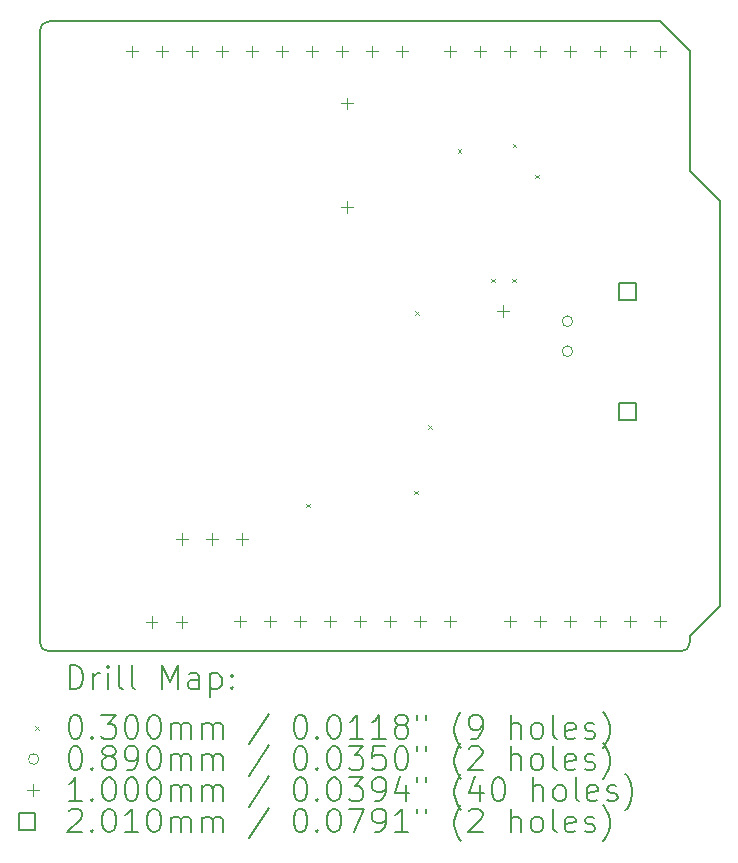
<source format=gbr>
%TF.GenerationSoftware,KiCad,Pcbnew,8.0.6*%
%TF.CreationDate,2024-12-04T19:17:32+01:00*%
%TF.ProjectId,Shield_Frequency_meter_STM32,53686965-6c64-45f4-9672-657175656e63,rev?*%
%TF.SameCoordinates,Original*%
%TF.FileFunction,Drillmap*%
%TF.FilePolarity,Positive*%
%FSLAX45Y45*%
G04 Gerber Fmt 4.5, Leading zero omitted, Abs format (unit mm)*
G04 Created by KiCad (PCBNEW 8.0.6) date 2024-12-04 19:17:32*
%MOMM*%
%LPD*%
G01*
G04 APERTURE LIST*
%ADD10C,0.150000*%
%ADD11C,0.200000*%
%ADD12C,0.100000*%
%ADD13C,0.201000*%
G04 APERTURE END LIST*
D10*
X16604000Y-5936000D02*
X16858000Y-6190000D01*
X11100000Y-9923800D02*
X11100000Y-4742200D01*
X16858000Y-6190000D02*
X16858000Y-9619000D01*
X16527800Y-10000000D02*
X11176200Y-10000000D01*
X11176200Y-4666000D02*
X16350000Y-4666000D01*
X11176200Y-10000000D02*
G75*
G02*
X11100000Y-9923800I0J76200D01*
G01*
X16858000Y-9619000D02*
X16604000Y-9873000D01*
X16350000Y-4666000D02*
X16604000Y-4920000D01*
X16604000Y-9923800D02*
G75*
G02*
X16527800Y-10000000I-76200J0D01*
G01*
X16604000Y-4920000D02*
X16604000Y-5936000D01*
X16604000Y-9873000D02*
X16604000Y-9923800D01*
X11100000Y-4742200D02*
G75*
G02*
X11176200Y-4666000I76200J0D01*
G01*
D11*
D12*
X13355000Y-8750000D02*
X13385000Y-8780000D01*
X13385000Y-8750000D02*
X13355000Y-8780000D01*
X14270000Y-8640000D02*
X14300000Y-8670000D01*
X14300000Y-8640000D02*
X14270000Y-8670000D01*
X14280000Y-7120000D02*
X14310000Y-7150000D01*
X14310000Y-7120000D02*
X14280000Y-7150000D01*
X14390000Y-8085000D02*
X14420000Y-8115000D01*
X14420000Y-8085000D02*
X14390000Y-8115000D01*
X14640000Y-5750000D02*
X14670000Y-5780000D01*
X14670000Y-5750000D02*
X14640000Y-5780000D01*
X14920000Y-6845000D02*
X14950000Y-6875000D01*
X14950000Y-6845000D02*
X14920000Y-6875000D01*
X15100000Y-6845000D02*
X15130000Y-6875000D01*
X15130000Y-6845000D02*
X15100000Y-6875000D01*
X15105000Y-5700000D02*
X15135000Y-5730000D01*
X15135000Y-5700000D02*
X15105000Y-5730000D01*
X15295000Y-5965000D02*
X15325000Y-5995000D01*
X15325000Y-5965000D02*
X15295000Y-5995000D01*
X15611500Y-7204000D02*
G75*
G02*
X15522500Y-7204000I-44500J0D01*
G01*
X15522500Y-7204000D02*
G75*
G02*
X15611500Y-7204000I44500J0D01*
G01*
X15611500Y-7458000D02*
G75*
G02*
X15522500Y-7458000I-44500J0D01*
G01*
X15522500Y-7458000D02*
G75*
G02*
X15611500Y-7458000I44500J0D01*
G01*
X11879600Y-4870000D02*
X11879600Y-4970000D01*
X11829600Y-4920000D02*
X11929600Y-4920000D01*
X12046000Y-9700000D02*
X12046000Y-9800000D01*
X11996000Y-9750000D02*
X12096000Y-9750000D01*
X12133600Y-4870000D02*
X12133600Y-4970000D01*
X12083600Y-4920000D02*
X12183600Y-4920000D01*
X12300000Y-9700000D02*
X12300000Y-9800000D01*
X12250000Y-9750000D02*
X12350000Y-9750000D01*
X12302000Y-8995000D02*
X12302000Y-9095000D01*
X12252000Y-9045000D02*
X12352000Y-9045000D01*
X12387600Y-4870000D02*
X12387600Y-4970000D01*
X12337600Y-4920000D02*
X12437600Y-4920000D01*
X12556000Y-8995000D02*
X12556000Y-9095000D01*
X12506000Y-9045000D02*
X12606000Y-9045000D01*
X12641600Y-4870000D02*
X12641600Y-4970000D01*
X12591600Y-4920000D02*
X12691600Y-4920000D01*
X12794000Y-9696000D02*
X12794000Y-9796000D01*
X12744000Y-9746000D02*
X12844000Y-9746000D01*
X12810000Y-8995000D02*
X12810000Y-9095000D01*
X12760000Y-9045000D02*
X12860000Y-9045000D01*
X12895600Y-4870000D02*
X12895600Y-4970000D01*
X12845600Y-4920000D02*
X12945600Y-4920000D01*
X13048000Y-9696000D02*
X13048000Y-9796000D01*
X12998000Y-9746000D02*
X13098000Y-9746000D01*
X13149600Y-4870000D02*
X13149600Y-4970000D01*
X13099600Y-4920000D02*
X13199600Y-4920000D01*
X13302000Y-9696000D02*
X13302000Y-9796000D01*
X13252000Y-9746000D02*
X13352000Y-9746000D01*
X13403600Y-4870000D02*
X13403600Y-4970000D01*
X13353600Y-4920000D02*
X13453600Y-4920000D01*
X13556000Y-9696000D02*
X13556000Y-9796000D01*
X13506000Y-9746000D02*
X13606000Y-9746000D01*
X13657600Y-4870000D02*
X13657600Y-4970000D01*
X13607600Y-4920000D02*
X13707600Y-4920000D01*
X13700000Y-5310000D02*
X13700000Y-5410000D01*
X13650000Y-5360000D02*
X13750000Y-5360000D01*
X13700000Y-6190000D02*
X13700000Y-6290000D01*
X13650000Y-6240000D02*
X13750000Y-6240000D01*
X13810000Y-9696000D02*
X13810000Y-9796000D01*
X13760000Y-9746000D02*
X13860000Y-9746000D01*
X13911600Y-4870000D02*
X13911600Y-4970000D01*
X13861600Y-4920000D02*
X13961600Y-4920000D01*
X14064000Y-9696000D02*
X14064000Y-9796000D01*
X14014000Y-9746000D02*
X14114000Y-9746000D01*
X14165600Y-4870000D02*
X14165600Y-4970000D01*
X14115600Y-4920000D02*
X14215600Y-4920000D01*
X14318000Y-9696000D02*
X14318000Y-9796000D01*
X14268000Y-9746000D02*
X14368000Y-9746000D01*
X14572000Y-4870000D02*
X14572000Y-4970000D01*
X14522000Y-4920000D02*
X14622000Y-4920000D01*
X14572000Y-9696000D02*
X14572000Y-9796000D01*
X14522000Y-9746000D02*
X14622000Y-9746000D01*
X14826000Y-4870000D02*
X14826000Y-4970000D01*
X14776000Y-4920000D02*
X14876000Y-4920000D01*
X15020000Y-7070000D02*
X15020000Y-7170000D01*
X14970000Y-7120000D02*
X15070000Y-7120000D01*
X15080000Y-4870000D02*
X15080000Y-4970000D01*
X15030000Y-4920000D02*
X15130000Y-4920000D01*
X15080000Y-9696000D02*
X15080000Y-9796000D01*
X15030000Y-9746000D02*
X15130000Y-9746000D01*
X15334000Y-4870000D02*
X15334000Y-4970000D01*
X15284000Y-4920000D02*
X15384000Y-4920000D01*
X15334000Y-9696000D02*
X15334000Y-9796000D01*
X15284000Y-9746000D02*
X15384000Y-9746000D01*
X15588000Y-4870000D02*
X15588000Y-4970000D01*
X15538000Y-4920000D02*
X15638000Y-4920000D01*
X15588000Y-9696000D02*
X15588000Y-9796000D01*
X15538000Y-9746000D02*
X15638000Y-9746000D01*
X15842000Y-4870000D02*
X15842000Y-4970000D01*
X15792000Y-4920000D02*
X15892000Y-4920000D01*
X15842000Y-9696000D02*
X15842000Y-9796000D01*
X15792000Y-9746000D02*
X15892000Y-9746000D01*
X16096000Y-4870000D02*
X16096000Y-4970000D01*
X16046000Y-4920000D02*
X16146000Y-4920000D01*
X16096000Y-9696000D02*
X16096000Y-9796000D01*
X16046000Y-9746000D02*
X16146000Y-9746000D01*
X16350000Y-4870000D02*
X16350000Y-4970000D01*
X16300000Y-4920000D02*
X16400000Y-4920000D01*
X16350000Y-9696000D02*
X16350000Y-9796000D01*
X16300000Y-9746000D02*
X16400000Y-9746000D01*
D13*
X16146065Y-7021065D02*
X16146065Y-6878935D01*
X16003935Y-6878935D01*
X16003935Y-7021065D01*
X16146065Y-7021065D01*
X16146065Y-8037065D02*
X16146065Y-7894935D01*
X16003935Y-7894935D01*
X16003935Y-8037065D01*
X16146065Y-8037065D01*
D11*
X11353277Y-10318984D02*
X11353277Y-10118984D01*
X11353277Y-10118984D02*
X11400896Y-10118984D01*
X11400896Y-10118984D02*
X11429467Y-10128508D01*
X11429467Y-10128508D02*
X11448515Y-10147555D01*
X11448515Y-10147555D02*
X11458039Y-10166603D01*
X11458039Y-10166603D02*
X11467562Y-10204698D01*
X11467562Y-10204698D02*
X11467562Y-10233270D01*
X11467562Y-10233270D02*
X11458039Y-10271365D01*
X11458039Y-10271365D02*
X11448515Y-10290412D01*
X11448515Y-10290412D02*
X11429467Y-10309460D01*
X11429467Y-10309460D02*
X11400896Y-10318984D01*
X11400896Y-10318984D02*
X11353277Y-10318984D01*
X11553277Y-10318984D02*
X11553277Y-10185650D01*
X11553277Y-10223746D02*
X11562801Y-10204698D01*
X11562801Y-10204698D02*
X11572324Y-10195174D01*
X11572324Y-10195174D02*
X11591372Y-10185650D01*
X11591372Y-10185650D02*
X11610420Y-10185650D01*
X11677086Y-10318984D02*
X11677086Y-10185650D01*
X11677086Y-10118984D02*
X11667562Y-10128508D01*
X11667562Y-10128508D02*
X11677086Y-10138031D01*
X11677086Y-10138031D02*
X11686610Y-10128508D01*
X11686610Y-10128508D02*
X11677086Y-10118984D01*
X11677086Y-10118984D02*
X11677086Y-10138031D01*
X11800896Y-10318984D02*
X11781848Y-10309460D01*
X11781848Y-10309460D02*
X11772324Y-10290412D01*
X11772324Y-10290412D02*
X11772324Y-10118984D01*
X11905658Y-10318984D02*
X11886610Y-10309460D01*
X11886610Y-10309460D02*
X11877086Y-10290412D01*
X11877086Y-10290412D02*
X11877086Y-10118984D01*
X12134229Y-10318984D02*
X12134229Y-10118984D01*
X12134229Y-10118984D02*
X12200896Y-10261841D01*
X12200896Y-10261841D02*
X12267562Y-10118984D01*
X12267562Y-10118984D02*
X12267562Y-10318984D01*
X12448515Y-10318984D02*
X12448515Y-10214222D01*
X12448515Y-10214222D02*
X12438991Y-10195174D01*
X12438991Y-10195174D02*
X12419943Y-10185650D01*
X12419943Y-10185650D02*
X12381848Y-10185650D01*
X12381848Y-10185650D02*
X12362801Y-10195174D01*
X12448515Y-10309460D02*
X12429467Y-10318984D01*
X12429467Y-10318984D02*
X12381848Y-10318984D01*
X12381848Y-10318984D02*
X12362801Y-10309460D01*
X12362801Y-10309460D02*
X12353277Y-10290412D01*
X12353277Y-10290412D02*
X12353277Y-10271365D01*
X12353277Y-10271365D02*
X12362801Y-10252317D01*
X12362801Y-10252317D02*
X12381848Y-10242793D01*
X12381848Y-10242793D02*
X12429467Y-10242793D01*
X12429467Y-10242793D02*
X12448515Y-10233270D01*
X12543753Y-10185650D02*
X12543753Y-10385650D01*
X12543753Y-10195174D02*
X12562801Y-10185650D01*
X12562801Y-10185650D02*
X12600896Y-10185650D01*
X12600896Y-10185650D02*
X12619943Y-10195174D01*
X12619943Y-10195174D02*
X12629467Y-10204698D01*
X12629467Y-10204698D02*
X12638991Y-10223746D01*
X12638991Y-10223746D02*
X12638991Y-10280889D01*
X12638991Y-10280889D02*
X12629467Y-10299936D01*
X12629467Y-10299936D02*
X12619943Y-10309460D01*
X12619943Y-10309460D02*
X12600896Y-10318984D01*
X12600896Y-10318984D02*
X12562801Y-10318984D01*
X12562801Y-10318984D02*
X12543753Y-10309460D01*
X12724705Y-10299936D02*
X12734229Y-10309460D01*
X12734229Y-10309460D02*
X12724705Y-10318984D01*
X12724705Y-10318984D02*
X12715182Y-10309460D01*
X12715182Y-10309460D02*
X12724705Y-10299936D01*
X12724705Y-10299936D02*
X12724705Y-10318984D01*
X12724705Y-10195174D02*
X12734229Y-10204698D01*
X12734229Y-10204698D02*
X12724705Y-10214222D01*
X12724705Y-10214222D02*
X12715182Y-10204698D01*
X12715182Y-10204698D02*
X12724705Y-10195174D01*
X12724705Y-10195174D02*
X12724705Y-10214222D01*
D12*
X11062500Y-10632500D02*
X11092500Y-10662500D01*
X11092500Y-10632500D02*
X11062500Y-10662500D01*
D11*
X11391372Y-10538984D02*
X11410420Y-10538984D01*
X11410420Y-10538984D02*
X11429467Y-10548508D01*
X11429467Y-10548508D02*
X11438991Y-10558031D01*
X11438991Y-10558031D02*
X11448515Y-10577079D01*
X11448515Y-10577079D02*
X11458039Y-10615174D01*
X11458039Y-10615174D02*
X11458039Y-10662793D01*
X11458039Y-10662793D02*
X11448515Y-10700889D01*
X11448515Y-10700889D02*
X11438991Y-10719936D01*
X11438991Y-10719936D02*
X11429467Y-10729460D01*
X11429467Y-10729460D02*
X11410420Y-10738984D01*
X11410420Y-10738984D02*
X11391372Y-10738984D01*
X11391372Y-10738984D02*
X11372324Y-10729460D01*
X11372324Y-10729460D02*
X11362801Y-10719936D01*
X11362801Y-10719936D02*
X11353277Y-10700889D01*
X11353277Y-10700889D02*
X11343753Y-10662793D01*
X11343753Y-10662793D02*
X11343753Y-10615174D01*
X11343753Y-10615174D02*
X11353277Y-10577079D01*
X11353277Y-10577079D02*
X11362801Y-10558031D01*
X11362801Y-10558031D02*
X11372324Y-10548508D01*
X11372324Y-10548508D02*
X11391372Y-10538984D01*
X11543753Y-10719936D02*
X11553277Y-10729460D01*
X11553277Y-10729460D02*
X11543753Y-10738984D01*
X11543753Y-10738984D02*
X11534229Y-10729460D01*
X11534229Y-10729460D02*
X11543753Y-10719936D01*
X11543753Y-10719936D02*
X11543753Y-10738984D01*
X11619943Y-10538984D02*
X11743753Y-10538984D01*
X11743753Y-10538984D02*
X11677086Y-10615174D01*
X11677086Y-10615174D02*
X11705658Y-10615174D01*
X11705658Y-10615174D02*
X11724705Y-10624698D01*
X11724705Y-10624698D02*
X11734229Y-10634222D01*
X11734229Y-10634222D02*
X11743753Y-10653270D01*
X11743753Y-10653270D02*
X11743753Y-10700889D01*
X11743753Y-10700889D02*
X11734229Y-10719936D01*
X11734229Y-10719936D02*
X11724705Y-10729460D01*
X11724705Y-10729460D02*
X11705658Y-10738984D01*
X11705658Y-10738984D02*
X11648515Y-10738984D01*
X11648515Y-10738984D02*
X11629467Y-10729460D01*
X11629467Y-10729460D02*
X11619943Y-10719936D01*
X11867562Y-10538984D02*
X11886610Y-10538984D01*
X11886610Y-10538984D02*
X11905658Y-10548508D01*
X11905658Y-10548508D02*
X11915182Y-10558031D01*
X11915182Y-10558031D02*
X11924705Y-10577079D01*
X11924705Y-10577079D02*
X11934229Y-10615174D01*
X11934229Y-10615174D02*
X11934229Y-10662793D01*
X11934229Y-10662793D02*
X11924705Y-10700889D01*
X11924705Y-10700889D02*
X11915182Y-10719936D01*
X11915182Y-10719936D02*
X11905658Y-10729460D01*
X11905658Y-10729460D02*
X11886610Y-10738984D01*
X11886610Y-10738984D02*
X11867562Y-10738984D01*
X11867562Y-10738984D02*
X11848515Y-10729460D01*
X11848515Y-10729460D02*
X11838991Y-10719936D01*
X11838991Y-10719936D02*
X11829467Y-10700889D01*
X11829467Y-10700889D02*
X11819943Y-10662793D01*
X11819943Y-10662793D02*
X11819943Y-10615174D01*
X11819943Y-10615174D02*
X11829467Y-10577079D01*
X11829467Y-10577079D02*
X11838991Y-10558031D01*
X11838991Y-10558031D02*
X11848515Y-10548508D01*
X11848515Y-10548508D02*
X11867562Y-10538984D01*
X12058039Y-10538984D02*
X12077086Y-10538984D01*
X12077086Y-10538984D02*
X12096134Y-10548508D01*
X12096134Y-10548508D02*
X12105658Y-10558031D01*
X12105658Y-10558031D02*
X12115182Y-10577079D01*
X12115182Y-10577079D02*
X12124705Y-10615174D01*
X12124705Y-10615174D02*
X12124705Y-10662793D01*
X12124705Y-10662793D02*
X12115182Y-10700889D01*
X12115182Y-10700889D02*
X12105658Y-10719936D01*
X12105658Y-10719936D02*
X12096134Y-10729460D01*
X12096134Y-10729460D02*
X12077086Y-10738984D01*
X12077086Y-10738984D02*
X12058039Y-10738984D01*
X12058039Y-10738984D02*
X12038991Y-10729460D01*
X12038991Y-10729460D02*
X12029467Y-10719936D01*
X12029467Y-10719936D02*
X12019943Y-10700889D01*
X12019943Y-10700889D02*
X12010420Y-10662793D01*
X12010420Y-10662793D02*
X12010420Y-10615174D01*
X12010420Y-10615174D02*
X12019943Y-10577079D01*
X12019943Y-10577079D02*
X12029467Y-10558031D01*
X12029467Y-10558031D02*
X12038991Y-10548508D01*
X12038991Y-10548508D02*
X12058039Y-10538984D01*
X12210420Y-10738984D02*
X12210420Y-10605650D01*
X12210420Y-10624698D02*
X12219943Y-10615174D01*
X12219943Y-10615174D02*
X12238991Y-10605650D01*
X12238991Y-10605650D02*
X12267563Y-10605650D01*
X12267563Y-10605650D02*
X12286610Y-10615174D01*
X12286610Y-10615174D02*
X12296134Y-10634222D01*
X12296134Y-10634222D02*
X12296134Y-10738984D01*
X12296134Y-10634222D02*
X12305658Y-10615174D01*
X12305658Y-10615174D02*
X12324705Y-10605650D01*
X12324705Y-10605650D02*
X12353277Y-10605650D01*
X12353277Y-10605650D02*
X12372324Y-10615174D01*
X12372324Y-10615174D02*
X12381848Y-10634222D01*
X12381848Y-10634222D02*
X12381848Y-10738984D01*
X12477086Y-10738984D02*
X12477086Y-10605650D01*
X12477086Y-10624698D02*
X12486610Y-10615174D01*
X12486610Y-10615174D02*
X12505658Y-10605650D01*
X12505658Y-10605650D02*
X12534229Y-10605650D01*
X12534229Y-10605650D02*
X12553277Y-10615174D01*
X12553277Y-10615174D02*
X12562801Y-10634222D01*
X12562801Y-10634222D02*
X12562801Y-10738984D01*
X12562801Y-10634222D02*
X12572324Y-10615174D01*
X12572324Y-10615174D02*
X12591372Y-10605650D01*
X12591372Y-10605650D02*
X12619943Y-10605650D01*
X12619943Y-10605650D02*
X12638991Y-10615174D01*
X12638991Y-10615174D02*
X12648515Y-10634222D01*
X12648515Y-10634222D02*
X12648515Y-10738984D01*
X13038991Y-10529460D02*
X12867563Y-10786603D01*
X13296134Y-10538984D02*
X13315182Y-10538984D01*
X13315182Y-10538984D02*
X13334229Y-10548508D01*
X13334229Y-10548508D02*
X13343753Y-10558031D01*
X13343753Y-10558031D02*
X13353277Y-10577079D01*
X13353277Y-10577079D02*
X13362801Y-10615174D01*
X13362801Y-10615174D02*
X13362801Y-10662793D01*
X13362801Y-10662793D02*
X13353277Y-10700889D01*
X13353277Y-10700889D02*
X13343753Y-10719936D01*
X13343753Y-10719936D02*
X13334229Y-10729460D01*
X13334229Y-10729460D02*
X13315182Y-10738984D01*
X13315182Y-10738984D02*
X13296134Y-10738984D01*
X13296134Y-10738984D02*
X13277086Y-10729460D01*
X13277086Y-10729460D02*
X13267563Y-10719936D01*
X13267563Y-10719936D02*
X13258039Y-10700889D01*
X13258039Y-10700889D02*
X13248515Y-10662793D01*
X13248515Y-10662793D02*
X13248515Y-10615174D01*
X13248515Y-10615174D02*
X13258039Y-10577079D01*
X13258039Y-10577079D02*
X13267563Y-10558031D01*
X13267563Y-10558031D02*
X13277086Y-10548508D01*
X13277086Y-10548508D02*
X13296134Y-10538984D01*
X13448515Y-10719936D02*
X13458039Y-10729460D01*
X13458039Y-10729460D02*
X13448515Y-10738984D01*
X13448515Y-10738984D02*
X13438991Y-10729460D01*
X13438991Y-10729460D02*
X13448515Y-10719936D01*
X13448515Y-10719936D02*
X13448515Y-10738984D01*
X13581848Y-10538984D02*
X13600896Y-10538984D01*
X13600896Y-10538984D02*
X13619944Y-10548508D01*
X13619944Y-10548508D02*
X13629467Y-10558031D01*
X13629467Y-10558031D02*
X13638991Y-10577079D01*
X13638991Y-10577079D02*
X13648515Y-10615174D01*
X13648515Y-10615174D02*
X13648515Y-10662793D01*
X13648515Y-10662793D02*
X13638991Y-10700889D01*
X13638991Y-10700889D02*
X13629467Y-10719936D01*
X13629467Y-10719936D02*
X13619944Y-10729460D01*
X13619944Y-10729460D02*
X13600896Y-10738984D01*
X13600896Y-10738984D02*
X13581848Y-10738984D01*
X13581848Y-10738984D02*
X13562801Y-10729460D01*
X13562801Y-10729460D02*
X13553277Y-10719936D01*
X13553277Y-10719936D02*
X13543753Y-10700889D01*
X13543753Y-10700889D02*
X13534229Y-10662793D01*
X13534229Y-10662793D02*
X13534229Y-10615174D01*
X13534229Y-10615174D02*
X13543753Y-10577079D01*
X13543753Y-10577079D02*
X13553277Y-10558031D01*
X13553277Y-10558031D02*
X13562801Y-10548508D01*
X13562801Y-10548508D02*
X13581848Y-10538984D01*
X13838991Y-10738984D02*
X13724706Y-10738984D01*
X13781848Y-10738984D02*
X13781848Y-10538984D01*
X13781848Y-10538984D02*
X13762801Y-10567555D01*
X13762801Y-10567555D02*
X13743753Y-10586603D01*
X13743753Y-10586603D02*
X13724706Y-10596127D01*
X14029467Y-10738984D02*
X13915182Y-10738984D01*
X13972325Y-10738984D02*
X13972325Y-10538984D01*
X13972325Y-10538984D02*
X13953277Y-10567555D01*
X13953277Y-10567555D02*
X13934229Y-10586603D01*
X13934229Y-10586603D02*
X13915182Y-10596127D01*
X14143753Y-10624698D02*
X14124706Y-10615174D01*
X14124706Y-10615174D02*
X14115182Y-10605650D01*
X14115182Y-10605650D02*
X14105658Y-10586603D01*
X14105658Y-10586603D02*
X14105658Y-10577079D01*
X14105658Y-10577079D02*
X14115182Y-10558031D01*
X14115182Y-10558031D02*
X14124706Y-10548508D01*
X14124706Y-10548508D02*
X14143753Y-10538984D01*
X14143753Y-10538984D02*
X14181848Y-10538984D01*
X14181848Y-10538984D02*
X14200896Y-10548508D01*
X14200896Y-10548508D02*
X14210420Y-10558031D01*
X14210420Y-10558031D02*
X14219944Y-10577079D01*
X14219944Y-10577079D02*
X14219944Y-10586603D01*
X14219944Y-10586603D02*
X14210420Y-10605650D01*
X14210420Y-10605650D02*
X14200896Y-10615174D01*
X14200896Y-10615174D02*
X14181848Y-10624698D01*
X14181848Y-10624698D02*
X14143753Y-10624698D01*
X14143753Y-10624698D02*
X14124706Y-10634222D01*
X14124706Y-10634222D02*
X14115182Y-10643746D01*
X14115182Y-10643746D02*
X14105658Y-10662793D01*
X14105658Y-10662793D02*
X14105658Y-10700889D01*
X14105658Y-10700889D02*
X14115182Y-10719936D01*
X14115182Y-10719936D02*
X14124706Y-10729460D01*
X14124706Y-10729460D02*
X14143753Y-10738984D01*
X14143753Y-10738984D02*
X14181848Y-10738984D01*
X14181848Y-10738984D02*
X14200896Y-10729460D01*
X14200896Y-10729460D02*
X14210420Y-10719936D01*
X14210420Y-10719936D02*
X14219944Y-10700889D01*
X14219944Y-10700889D02*
X14219944Y-10662793D01*
X14219944Y-10662793D02*
X14210420Y-10643746D01*
X14210420Y-10643746D02*
X14200896Y-10634222D01*
X14200896Y-10634222D02*
X14181848Y-10624698D01*
X14296134Y-10538984D02*
X14296134Y-10577079D01*
X14372325Y-10538984D02*
X14372325Y-10577079D01*
X14667563Y-10815174D02*
X14658039Y-10805650D01*
X14658039Y-10805650D02*
X14638991Y-10777079D01*
X14638991Y-10777079D02*
X14629468Y-10758031D01*
X14629468Y-10758031D02*
X14619944Y-10729460D01*
X14619944Y-10729460D02*
X14610420Y-10681841D01*
X14610420Y-10681841D02*
X14610420Y-10643746D01*
X14610420Y-10643746D02*
X14619944Y-10596127D01*
X14619944Y-10596127D02*
X14629468Y-10567555D01*
X14629468Y-10567555D02*
X14638991Y-10548508D01*
X14638991Y-10548508D02*
X14658039Y-10519936D01*
X14658039Y-10519936D02*
X14667563Y-10510412D01*
X14753277Y-10738984D02*
X14791372Y-10738984D01*
X14791372Y-10738984D02*
X14810420Y-10729460D01*
X14810420Y-10729460D02*
X14819944Y-10719936D01*
X14819944Y-10719936D02*
X14838991Y-10691365D01*
X14838991Y-10691365D02*
X14848515Y-10653270D01*
X14848515Y-10653270D02*
X14848515Y-10577079D01*
X14848515Y-10577079D02*
X14838991Y-10558031D01*
X14838991Y-10558031D02*
X14829468Y-10548508D01*
X14829468Y-10548508D02*
X14810420Y-10538984D01*
X14810420Y-10538984D02*
X14772325Y-10538984D01*
X14772325Y-10538984D02*
X14753277Y-10548508D01*
X14753277Y-10548508D02*
X14743753Y-10558031D01*
X14743753Y-10558031D02*
X14734229Y-10577079D01*
X14734229Y-10577079D02*
X14734229Y-10624698D01*
X14734229Y-10624698D02*
X14743753Y-10643746D01*
X14743753Y-10643746D02*
X14753277Y-10653270D01*
X14753277Y-10653270D02*
X14772325Y-10662793D01*
X14772325Y-10662793D02*
X14810420Y-10662793D01*
X14810420Y-10662793D02*
X14829468Y-10653270D01*
X14829468Y-10653270D02*
X14838991Y-10643746D01*
X14838991Y-10643746D02*
X14848515Y-10624698D01*
X15086610Y-10738984D02*
X15086610Y-10538984D01*
X15172325Y-10738984D02*
X15172325Y-10634222D01*
X15172325Y-10634222D02*
X15162801Y-10615174D01*
X15162801Y-10615174D02*
X15143753Y-10605650D01*
X15143753Y-10605650D02*
X15115182Y-10605650D01*
X15115182Y-10605650D02*
X15096134Y-10615174D01*
X15096134Y-10615174D02*
X15086610Y-10624698D01*
X15296134Y-10738984D02*
X15277087Y-10729460D01*
X15277087Y-10729460D02*
X15267563Y-10719936D01*
X15267563Y-10719936D02*
X15258039Y-10700889D01*
X15258039Y-10700889D02*
X15258039Y-10643746D01*
X15258039Y-10643746D02*
X15267563Y-10624698D01*
X15267563Y-10624698D02*
X15277087Y-10615174D01*
X15277087Y-10615174D02*
X15296134Y-10605650D01*
X15296134Y-10605650D02*
X15324706Y-10605650D01*
X15324706Y-10605650D02*
X15343753Y-10615174D01*
X15343753Y-10615174D02*
X15353277Y-10624698D01*
X15353277Y-10624698D02*
X15362801Y-10643746D01*
X15362801Y-10643746D02*
X15362801Y-10700889D01*
X15362801Y-10700889D02*
X15353277Y-10719936D01*
X15353277Y-10719936D02*
X15343753Y-10729460D01*
X15343753Y-10729460D02*
X15324706Y-10738984D01*
X15324706Y-10738984D02*
X15296134Y-10738984D01*
X15477087Y-10738984D02*
X15458039Y-10729460D01*
X15458039Y-10729460D02*
X15448515Y-10710412D01*
X15448515Y-10710412D02*
X15448515Y-10538984D01*
X15629468Y-10729460D02*
X15610420Y-10738984D01*
X15610420Y-10738984D02*
X15572325Y-10738984D01*
X15572325Y-10738984D02*
X15553277Y-10729460D01*
X15553277Y-10729460D02*
X15543753Y-10710412D01*
X15543753Y-10710412D02*
X15543753Y-10634222D01*
X15543753Y-10634222D02*
X15553277Y-10615174D01*
X15553277Y-10615174D02*
X15572325Y-10605650D01*
X15572325Y-10605650D02*
X15610420Y-10605650D01*
X15610420Y-10605650D02*
X15629468Y-10615174D01*
X15629468Y-10615174D02*
X15638991Y-10634222D01*
X15638991Y-10634222D02*
X15638991Y-10653270D01*
X15638991Y-10653270D02*
X15543753Y-10672317D01*
X15715182Y-10729460D02*
X15734230Y-10738984D01*
X15734230Y-10738984D02*
X15772325Y-10738984D01*
X15772325Y-10738984D02*
X15791372Y-10729460D01*
X15791372Y-10729460D02*
X15800896Y-10710412D01*
X15800896Y-10710412D02*
X15800896Y-10700889D01*
X15800896Y-10700889D02*
X15791372Y-10681841D01*
X15791372Y-10681841D02*
X15772325Y-10672317D01*
X15772325Y-10672317D02*
X15743753Y-10672317D01*
X15743753Y-10672317D02*
X15724706Y-10662793D01*
X15724706Y-10662793D02*
X15715182Y-10643746D01*
X15715182Y-10643746D02*
X15715182Y-10634222D01*
X15715182Y-10634222D02*
X15724706Y-10615174D01*
X15724706Y-10615174D02*
X15743753Y-10605650D01*
X15743753Y-10605650D02*
X15772325Y-10605650D01*
X15772325Y-10605650D02*
X15791372Y-10615174D01*
X15867563Y-10815174D02*
X15877087Y-10805650D01*
X15877087Y-10805650D02*
X15896134Y-10777079D01*
X15896134Y-10777079D02*
X15905658Y-10758031D01*
X15905658Y-10758031D02*
X15915182Y-10729460D01*
X15915182Y-10729460D02*
X15924706Y-10681841D01*
X15924706Y-10681841D02*
X15924706Y-10643746D01*
X15924706Y-10643746D02*
X15915182Y-10596127D01*
X15915182Y-10596127D02*
X15905658Y-10567555D01*
X15905658Y-10567555D02*
X15896134Y-10548508D01*
X15896134Y-10548508D02*
X15877087Y-10519936D01*
X15877087Y-10519936D02*
X15867563Y-10510412D01*
D12*
X11092500Y-10911500D02*
G75*
G02*
X11003500Y-10911500I-44500J0D01*
G01*
X11003500Y-10911500D02*
G75*
G02*
X11092500Y-10911500I44500J0D01*
G01*
D11*
X11391372Y-10802984D02*
X11410420Y-10802984D01*
X11410420Y-10802984D02*
X11429467Y-10812508D01*
X11429467Y-10812508D02*
X11438991Y-10822031D01*
X11438991Y-10822031D02*
X11448515Y-10841079D01*
X11448515Y-10841079D02*
X11458039Y-10879174D01*
X11458039Y-10879174D02*
X11458039Y-10926793D01*
X11458039Y-10926793D02*
X11448515Y-10964889D01*
X11448515Y-10964889D02*
X11438991Y-10983936D01*
X11438991Y-10983936D02*
X11429467Y-10993460D01*
X11429467Y-10993460D02*
X11410420Y-11002984D01*
X11410420Y-11002984D02*
X11391372Y-11002984D01*
X11391372Y-11002984D02*
X11372324Y-10993460D01*
X11372324Y-10993460D02*
X11362801Y-10983936D01*
X11362801Y-10983936D02*
X11353277Y-10964889D01*
X11353277Y-10964889D02*
X11343753Y-10926793D01*
X11343753Y-10926793D02*
X11343753Y-10879174D01*
X11343753Y-10879174D02*
X11353277Y-10841079D01*
X11353277Y-10841079D02*
X11362801Y-10822031D01*
X11362801Y-10822031D02*
X11372324Y-10812508D01*
X11372324Y-10812508D02*
X11391372Y-10802984D01*
X11543753Y-10983936D02*
X11553277Y-10993460D01*
X11553277Y-10993460D02*
X11543753Y-11002984D01*
X11543753Y-11002984D02*
X11534229Y-10993460D01*
X11534229Y-10993460D02*
X11543753Y-10983936D01*
X11543753Y-10983936D02*
X11543753Y-11002984D01*
X11667562Y-10888698D02*
X11648515Y-10879174D01*
X11648515Y-10879174D02*
X11638991Y-10869650D01*
X11638991Y-10869650D02*
X11629467Y-10850603D01*
X11629467Y-10850603D02*
X11629467Y-10841079D01*
X11629467Y-10841079D02*
X11638991Y-10822031D01*
X11638991Y-10822031D02*
X11648515Y-10812508D01*
X11648515Y-10812508D02*
X11667562Y-10802984D01*
X11667562Y-10802984D02*
X11705658Y-10802984D01*
X11705658Y-10802984D02*
X11724705Y-10812508D01*
X11724705Y-10812508D02*
X11734229Y-10822031D01*
X11734229Y-10822031D02*
X11743753Y-10841079D01*
X11743753Y-10841079D02*
X11743753Y-10850603D01*
X11743753Y-10850603D02*
X11734229Y-10869650D01*
X11734229Y-10869650D02*
X11724705Y-10879174D01*
X11724705Y-10879174D02*
X11705658Y-10888698D01*
X11705658Y-10888698D02*
X11667562Y-10888698D01*
X11667562Y-10888698D02*
X11648515Y-10898222D01*
X11648515Y-10898222D02*
X11638991Y-10907746D01*
X11638991Y-10907746D02*
X11629467Y-10926793D01*
X11629467Y-10926793D02*
X11629467Y-10964889D01*
X11629467Y-10964889D02*
X11638991Y-10983936D01*
X11638991Y-10983936D02*
X11648515Y-10993460D01*
X11648515Y-10993460D02*
X11667562Y-11002984D01*
X11667562Y-11002984D02*
X11705658Y-11002984D01*
X11705658Y-11002984D02*
X11724705Y-10993460D01*
X11724705Y-10993460D02*
X11734229Y-10983936D01*
X11734229Y-10983936D02*
X11743753Y-10964889D01*
X11743753Y-10964889D02*
X11743753Y-10926793D01*
X11743753Y-10926793D02*
X11734229Y-10907746D01*
X11734229Y-10907746D02*
X11724705Y-10898222D01*
X11724705Y-10898222D02*
X11705658Y-10888698D01*
X11838991Y-11002984D02*
X11877086Y-11002984D01*
X11877086Y-11002984D02*
X11896134Y-10993460D01*
X11896134Y-10993460D02*
X11905658Y-10983936D01*
X11905658Y-10983936D02*
X11924705Y-10955365D01*
X11924705Y-10955365D02*
X11934229Y-10917270D01*
X11934229Y-10917270D02*
X11934229Y-10841079D01*
X11934229Y-10841079D02*
X11924705Y-10822031D01*
X11924705Y-10822031D02*
X11915182Y-10812508D01*
X11915182Y-10812508D02*
X11896134Y-10802984D01*
X11896134Y-10802984D02*
X11858039Y-10802984D01*
X11858039Y-10802984D02*
X11838991Y-10812508D01*
X11838991Y-10812508D02*
X11829467Y-10822031D01*
X11829467Y-10822031D02*
X11819943Y-10841079D01*
X11819943Y-10841079D02*
X11819943Y-10888698D01*
X11819943Y-10888698D02*
X11829467Y-10907746D01*
X11829467Y-10907746D02*
X11838991Y-10917270D01*
X11838991Y-10917270D02*
X11858039Y-10926793D01*
X11858039Y-10926793D02*
X11896134Y-10926793D01*
X11896134Y-10926793D02*
X11915182Y-10917270D01*
X11915182Y-10917270D02*
X11924705Y-10907746D01*
X11924705Y-10907746D02*
X11934229Y-10888698D01*
X12058039Y-10802984D02*
X12077086Y-10802984D01*
X12077086Y-10802984D02*
X12096134Y-10812508D01*
X12096134Y-10812508D02*
X12105658Y-10822031D01*
X12105658Y-10822031D02*
X12115182Y-10841079D01*
X12115182Y-10841079D02*
X12124705Y-10879174D01*
X12124705Y-10879174D02*
X12124705Y-10926793D01*
X12124705Y-10926793D02*
X12115182Y-10964889D01*
X12115182Y-10964889D02*
X12105658Y-10983936D01*
X12105658Y-10983936D02*
X12096134Y-10993460D01*
X12096134Y-10993460D02*
X12077086Y-11002984D01*
X12077086Y-11002984D02*
X12058039Y-11002984D01*
X12058039Y-11002984D02*
X12038991Y-10993460D01*
X12038991Y-10993460D02*
X12029467Y-10983936D01*
X12029467Y-10983936D02*
X12019943Y-10964889D01*
X12019943Y-10964889D02*
X12010420Y-10926793D01*
X12010420Y-10926793D02*
X12010420Y-10879174D01*
X12010420Y-10879174D02*
X12019943Y-10841079D01*
X12019943Y-10841079D02*
X12029467Y-10822031D01*
X12029467Y-10822031D02*
X12038991Y-10812508D01*
X12038991Y-10812508D02*
X12058039Y-10802984D01*
X12210420Y-11002984D02*
X12210420Y-10869650D01*
X12210420Y-10888698D02*
X12219943Y-10879174D01*
X12219943Y-10879174D02*
X12238991Y-10869650D01*
X12238991Y-10869650D02*
X12267563Y-10869650D01*
X12267563Y-10869650D02*
X12286610Y-10879174D01*
X12286610Y-10879174D02*
X12296134Y-10898222D01*
X12296134Y-10898222D02*
X12296134Y-11002984D01*
X12296134Y-10898222D02*
X12305658Y-10879174D01*
X12305658Y-10879174D02*
X12324705Y-10869650D01*
X12324705Y-10869650D02*
X12353277Y-10869650D01*
X12353277Y-10869650D02*
X12372324Y-10879174D01*
X12372324Y-10879174D02*
X12381848Y-10898222D01*
X12381848Y-10898222D02*
X12381848Y-11002984D01*
X12477086Y-11002984D02*
X12477086Y-10869650D01*
X12477086Y-10888698D02*
X12486610Y-10879174D01*
X12486610Y-10879174D02*
X12505658Y-10869650D01*
X12505658Y-10869650D02*
X12534229Y-10869650D01*
X12534229Y-10869650D02*
X12553277Y-10879174D01*
X12553277Y-10879174D02*
X12562801Y-10898222D01*
X12562801Y-10898222D02*
X12562801Y-11002984D01*
X12562801Y-10898222D02*
X12572324Y-10879174D01*
X12572324Y-10879174D02*
X12591372Y-10869650D01*
X12591372Y-10869650D02*
X12619943Y-10869650D01*
X12619943Y-10869650D02*
X12638991Y-10879174D01*
X12638991Y-10879174D02*
X12648515Y-10898222D01*
X12648515Y-10898222D02*
X12648515Y-11002984D01*
X13038991Y-10793460D02*
X12867563Y-11050603D01*
X13296134Y-10802984D02*
X13315182Y-10802984D01*
X13315182Y-10802984D02*
X13334229Y-10812508D01*
X13334229Y-10812508D02*
X13343753Y-10822031D01*
X13343753Y-10822031D02*
X13353277Y-10841079D01*
X13353277Y-10841079D02*
X13362801Y-10879174D01*
X13362801Y-10879174D02*
X13362801Y-10926793D01*
X13362801Y-10926793D02*
X13353277Y-10964889D01*
X13353277Y-10964889D02*
X13343753Y-10983936D01*
X13343753Y-10983936D02*
X13334229Y-10993460D01*
X13334229Y-10993460D02*
X13315182Y-11002984D01*
X13315182Y-11002984D02*
X13296134Y-11002984D01*
X13296134Y-11002984D02*
X13277086Y-10993460D01*
X13277086Y-10993460D02*
X13267563Y-10983936D01*
X13267563Y-10983936D02*
X13258039Y-10964889D01*
X13258039Y-10964889D02*
X13248515Y-10926793D01*
X13248515Y-10926793D02*
X13248515Y-10879174D01*
X13248515Y-10879174D02*
X13258039Y-10841079D01*
X13258039Y-10841079D02*
X13267563Y-10822031D01*
X13267563Y-10822031D02*
X13277086Y-10812508D01*
X13277086Y-10812508D02*
X13296134Y-10802984D01*
X13448515Y-10983936D02*
X13458039Y-10993460D01*
X13458039Y-10993460D02*
X13448515Y-11002984D01*
X13448515Y-11002984D02*
X13438991Y-10993460D01*
X13438991Y-10993460D02*
X13448515Y-10983936D01*
X13448515Y-10983936D02*
X13448515Y-11002984D01*
X13581848Y-10802984D02*
X13600896Y-10802984D01*
X13600896Y-10802984D02*
X13619944Y-10812508D01*
X13619944Y-10812508D02*
X13629467Y-10822031D01*
X13629467Y-10822031D02*
X13638991Y-10841079D01*
X13638991Y-10841079D02*
X13648515Y-10879174D01*
X13648515Y-10879174D02*
X13648515Y-10926793D01*
X13648515Y-10926793D02*
X13638991Y-10964889D01*
X13638991Y-10964889D02*
X13629467Y-10983936D01*
X13629467Y-10983936D02*
X13619944Y-10993460D01*
X13619944Y-10993460D02*
X13600896Y-11002984D01*
X13600896Y-11002984D02*
X13581848Y-11002984D01*
X13581848Y-11002984D02*
X13562801Y-10993460D01*
X13562801Y-10993460D02*
X13553277Y-10983936D01*
X13553277Y-10983936D02*
X13543753Y-10964889D01*
X13543753Y-10964889D02*
X13534229Y-10926793D01*
X13534229Y-10926793D02*
X13534229Y-10879174D01*
X13534229Y-10879174D02*
X13543753Y-10841079D01*
X13543753Y-10841079D02*
X13553277Y-10822031D01*
X13553277Y-10822031D02*
X13562801Y-10812508D01*
X13562801Y-10812508D02*
X13581848Y-10802984D01*
X13715182Y-10802984D02*
X13838991Y-10802984D01*
X13838991Y-10802984D02*
X13772325Y-10879174D01*
X13772325Y-10879174D02*
X13800896Y-10879174D01*
X13800896Y-10879174D02*
X13819944Y-10888698D01*
X13819944Y-10888698D02*
X13829467Y-10898222D01*
X13829467Y-10898222D02*
X13838991Y-10917270D01*
X13838991Y-10917270D02*
X13838991Y-10964889D01*
X13838991Y-10964889D02*
X13829467Y-10983936D01*
X13829467Y-10983936D02*
X13819944Y-10993460D01*
X13819944Y-10993460D02*
X13800896Y-11002984D01*
X13800896Y-11002984D02*
X13743753Y-11002984D01*
X13743753Y-11002984D02*
X13724706Y-10993460D01*
X13724706Y-10993460D02*
X13715182Y-10983936D01*
X14019944Y-10802984D02*
X13924706Y-10802984D01*
X13924706Y-10802984D02*
X13915182Y-10898222D01*
X13915182Y-10898222D02*
X13924706Y-10888698D01*
X13924706Y-10888698D02*
X13943753Y-10879174D01*
X13943753Y-10879174D02*
X13991372Y-10879174D01*
X13991372Y-10879174D02*
X14010420Y-10888698D01*
X14010420Y-10888698D02*
X14019944Y-10898222D01*
X14019944Y-10898222D02*
X14029467Y-10917270D01*
X14029467Y-10917270D02*
X14029467Y-10964889D01*
X14029467Y-10964889D02*
X14019944Y-10983936D01*
X14019944Y-10983936D02*
X14010420Y-10993460D01*
X14010420Y-10993460D02*
X13991372Y-11002984D01*
X13991372Y-11002984D02*
X13943753Y-11002984D01*
X13943753Y-11002984D02*
X13924706Y-10993460D01*
X13924706Y-10993460D02*
X13915182Y-10983936D01*
X14153277Y-10802984D02*
X14172325Y-10802984D01*
X14172325Y-10802984D02*
X14191372Y-10812508D01*
X14191372Y-10812508D02*
X14200896Y-10822031D01*
X14200896Y-10822031D02*
X14210420Y-10841079D01*
X14210420Y-10841079D02*
X14219944Y-10879174D01*
X14219944Y-10879174D02*
X14219944Y-10926793D01*
X14219944Y-10926793D02*
X14210420Y-10964889D01*
X14210420Y-10964889D02*
X14200896Y-10983936D01*
X14200896Y-10983936D02*
X14191372Y-10993460D01*
X14191372Y-10993460D02*
X14172325Y-11002984D01*
X14172325Y-11002984D02*
X14153277Y-11002984D01*
X14153277Y-11002984D02*
X14134229Y-10993460D01*
X14134229Y-10993460D02*
X14124706Y-10983936D01*
X14124706Y-10983936D02*
X14115182Y-10964889D01*
X14115182Y-10964889D02*
X14105658Y-10926793D01*
X14105658Y-10926793D02*
X14105658Y-10879174D01*
X14105658Y-10879174D02*
X14115182Y-10841079D01*
X14115182Y-10841079D02*
X14124706Y-10822031D01*
X14124706Y-10822031D02*
X14134229Y-10812508D01*
X14134229Y-10812508D02*
X14153277Y-10802984D01*
X14296134Y-10802984D02*
X14296134Y-10841079D01*
X14372325Y-10802984D02*
X14372325Y-10841079D01*
X14667563Y-11079174D02*
X14658039Y-11069650D01*
X14658039Y-11069650D02*
X14638991Y-11041079D01*
X14638991Y-11041079D02*
X14629468Y-11022031D01*
X14629468Y-11022031D02*
X14619944Y-10993460D01*
X14619944Y-10993460D02*
X14610420Y-10945841D01*
X14610420Y-10945841D02*
X14610420Y-10907746D01*
X14610420Y-10907746D02*
X14619944Y-10860127D01*
X14619944Y-10860127D02*
X14629468Y-10831555D01*
X14629468Y-10831555D02*
X14638991Y-10812508D01*
X14638991Y-10812508D02*
X14658039Y-10783936D01*
X14658039Y-10783936D02*
X14667563Y-10774412D01*
X14734229Y-10822031D02*
X14743753Y-10812508D01*
X14743753Y-10812508D02*
X14762801Y-10802984D01*
X14762801Y-10802984D02*
X14810420Y-10802984D01*
X14810420Y-10802984D02*
X14829468Y-10812508D01*
X14829468Y-10812508D02*
X14838991Y-10822031D01*
X14838991Y-10822031D02*
X14848515Y-10841079D01*
X14848515Y-10841079D02*
X14848515Y-10860127D01*
X14848515Y-10860127D02*
X14838991Y-10888698D01*
X14838991Y-10888698D02*
X14724706Y-11002984D01*
X14724706Y-11002984D02*
X14848515Y-11002984D01*
X15086610Y-11002984D02*
X15086610Y-10802984D01*
X15172325Y-11002984D02*
X15172325Y-10898222D01*
X15172325Y-10898222D02*
X15162801Y-10879174D01*
X15162801Y-10879174D02*
X15143753Y-10869650D01*
X15143753Y-10869650D02*
X15115182Y-10869650D01*
X15115182Y-10869650D02*
X15096134Y-10879174D01*
X15096134Y-10879174D02*
X15086610Y-10888698D01*
X15296134Y-11002984D02*
X15277087Y-10993460D01*
X15277087Y-10993460D02*
X15267563Y-10983936D01*
X15267563Y-10983936D02*
X15258039Y-10964889D01*
X15258039Y-10964889D02*
X15258039Y-10907746D01*
X15258039Y-10907746D02*
X15267563Y-10888698D01*
X15267563Y-10888698D02*
X15277087Y-10879174D01*
X15277087Y-10879174D02*
X15296134Y-10869650D01*
X15296134Y-10869650D02*
X15324706Y-10869650D01*
X15324706Y-10869650D02*
X15343753Y-10879174D01*
X15343753Y-10879174D02*
X15353277Y-10888698D01*
X15353277Y-10888698D02*
X15362801Y-10907746D01*
X15362801Y-10907746D02*
X15362801Y-10964889D01*
X15362801Y-10964889D02*
X15353277Y-10983936D01*
X15353277Y-10983936D02*
X15343753Y-10993460D01*
X15343753Y-10993460D02*
X15324706Y-11002984D01*
X15324706Y-11002984D02*
X15296134Y-11002984D01*
X15477087Y-11002984D02*
X15458039Y-10993460D01*
X15458039Y-10993460D02*
X15448515Y-10974412D01*
X15448515Y-10974412D02*
X15448515Y-10802984D01*
X15629468Y-10993460D02*
X15610420Y-11002984D01*
X15610420Y-11002984D02*
X15572325Y-11002984D01*
X15572325Y-11002984D02*
X15553277Y-10993460D01*
X15553277Y-10993460D02*
X15543753Y-10974412D01*
X15543753Y-10974412D02*
X15543753Y-10898222D01*
X15543753Y-10898222D02*
X15553277Y-10879174D01*
X15553277Y-10879174D02*
X15572325Y-10869650D01*
X15572325Y-10869650D02*
X15610420Y-10869650D01*
X15610420Y-10869650D02*
X15629468Y-10879174D01*
X15629468Y-10879174D02*
X15638991Y-10898222D01*
X15638991Y-10898222D02*
X15638991Y-10917270D01*
X15638991Y-10917270D02*
X15543753Y-10936317D01*
X15715182Y-10993460D02*
X15734230Y-11002984D01*
X15734230Y-11002984D02*
X15772325Y-11002984D01*
X15772325Y-11002984D02*
X15791372Y-10993460D01*
X15791372Y-10993460D02*
X15800896Y-10974412D01*
X15800896Y-10974412D02*
X15800896Y-10964889D01*
X15800896Y-10964889D02*
X15791372Y-10945841D01*
X15791372Y-10945841D02*
X15772325Y-10936317D01*
X15772325Y-10936317D02*
X15743753Y-10936317D01*
X15743753Y-10936317D02*
X15724706Y-10926793D01*
X15724706Y-10926793D02*
X15715182Y-10907746D01*
X15715182Y-10907746D02*
X15715182Y-10898222D01*
X15715182Y-10898222D02*
X15724706Y-10879174D01*
X15724706Y-10879174D02*
X15743753Y-10869650D01*
X15743753Y-10869650D02*
X15772325Y-10869650D01*
X15772325Y-10869650D02*
X15791372Y-10879174D01*
X15867563Y-11079174D02*
X15877087Y-11069650D01*
X15877087Y-11069650D02*
X15896134Y-11041079D01*
X15896134Y-11041079D02*
X15905658Y-11022031D01*
X15905658Y-11022031D02*
X15915182Y-10993460D01*
X15915182Y-10993460D02*
X15924706Y-10945841D01*
X15924706Y-10945841D02*
X15924706Y-10907746D01*
X15924706Y-10907746D02*
X15915182Y-10860127D01*
X15915182Y-10860127D02*
X15905658Y-10831555D01*
X15905658Y-10831555D02*
X15896134Y-10812508D01*
X15896134Y-10812508D02*
X15877087Y-10783936D01*
X15877087Y-10783936D02*
X15867563Y-10774412D01*
D12*
X11042500Y-11125500D02*
X11042500Y-11225500D01*
X10992500Y-11175500D02*
X11092500Y-11175500D01*
D11*
X11458039Y-11266984D02*
X11343753Y-11266984D01*
X11400896Y-11266984D02*
X11400896Y-11066984D01*
X11400896Y-11066984D02*
X11381848Y-11095555D01*
X11381848Y-11095555D02*
X11362801Y-11114603D01*
X11362801Y-11114603D02*
X11343753Y-11124127D01*
X11543753Y-11247936D02*
X11553277Y-11257460D01*
X11553277Y-11257460D02*
X11543753Y-11266984D01*
X11543753Y-11266984D02*
X11534229Y-11257460D01*
X11534229Y-11257460D02*
X11543753Y-11247936D01*
X11543753Y-11247936D02*
X11543753Y-11266984D01*
X11677086Y-11066984D02*
X11696134Y-11066984D01*
X11696134Y-11066984D02*
X11715182Y-11076508D01*
X11715182Y-11076508D02*
X11724705Y-11086031D01*
X11724705Y-11086031D02*
X11734229Y-11105079D01*
X11734229Y-11105079D02*
X11743753Y-11143174D01*
X11743753Y-11143174D02*
X11743753Y-11190793D01*
X11743753Y-11190793D02*
X11734229Y-11228888D01*
X11734229Y-11228888D02*
X11724705Y-11247936D01*
X11724705Y-11247936D02*
X11715182Y-11257460D01*
X11715182Y-11257460D02*
X11696134Y-11266984D01*
X11696134Y-11266984D02*
X11677086Y-11266984D01*
X11677086Y-11266984D02*
X11658039Y-11257460D01*
X11658039Y-11257460D02*
X11648515Y-11247936D01*
X11648515Y-11247936D02*
X11638991Y-11228888D01*
X11638991Y-11228888D02*
X11629467Y-11190793D01*
X11629467Y-11190793D02*
X11629467Y-11143174D01*
X11629467Y-11143174D02*
X11638991Y-11105079D01*
X11638991Y-11105079D02*
X11648515Y-11086031D01*
X11648515Y-11086031D02*
X11658039Y-11076508D01*
X11658039Y-11076508D02*
X11677086Y-11066984D01*
X11867562Y-11066984D02*
X11886610Y-11066984D01*
X11886610Y-11066984D02*
X11905658Y-11076508D01*
X11905658Y-11076508D02*
X11915182Y-11086031D01*
X11915182Y-11086031D02*
X11924705Y-11105079D01*
X11924705Y-11105079D02*
X11934229Y-11143174D01*
X11934229Y-11143174D02*
X11934229Y-11190793D01*
X11934229Y-11190793D02*
X11924705Y-11228888D01*
X11924705Y-11228888D02*
X11915182Y-11247936D01*
X11915182Y-11247936D02*
X11905658Y-11257460D01*
X11905658Y-11257460D02*
X11886610Y-11266984D01*
X11886610Y-11266984D02*
X11867562Y-11266984D01*
X11867562Y-11266984D02*
X11848515Y-11257460D01*
X11848515Y-11257460D02*
X11838991Y-11247936D01*
X11838991Y-11247936D02*
X11829467Y-11228888D01*
X11829467Y-11228888D02*
X11819943Y-11190793D01*
X11819943Y-11190793D02*
X11819943Y-11143174D01*
X11819943Y-11143174D02*
X11829467Y-11105079D01*
X11829467Y-11105079D02*
X11838991Y-11086031D01*
X11838991Y-11086031D02*
X11848515Y-11076508D01*
X11848515Y-11076508D02*
X11867562Y-11066984D01*
X12058039Y-11066984D02*
X12077086Y-11066984D01*
X12077086Y-11066984D02*
X12096134Y-11076508D01*
X12096134Y-11076508D02*
X12105658Y-11086031D01*
X12105658Y-11086031D02*
X12115182Y-11105079D01*
X12115182Y-11105079D02*
X12124705Y-11143174D01*
X12124705Y-11143174D02*
X12124705Y-11190793D01*
X12124705Y-11190793D02*
X12115182Y-11228888D01*
X12115182Y-11228888D02*
X12105658Y-11247936D01*
X12105658Y-11247936D02*
X12096134Y-11257460D01*
X12096134Y-11257460D02*
X12077086Y-11266984D01*
X12077086Y-11266984D02*
X12058039Y-11266984D01*
X12058039Y-11266984D02*
X12038991Y-11257460D01*
X12038991Y-11257460D02*
X12029467Y-11247936D01*
X12029467Y-11247936D02*
X12019943Y-11228888D01*
X12019943Y-11228888D02*
X12010420Y-11190793D01*
X12010420Y-11190793D02*
X12010420Y-11143174D01*
X12010420Y-11143174D02*
X12019943Y-11105079D01*
X12019943Y-11105079D02*
X12029467Y-11086031D01*
X12029467Y-11086031D02*
X12038991Y-11076508D01*
X12038991Y-11076508D02*
X12058039Y-11066984D01*
X12210420Y-11266984D02*
X12210420Y-11133650D01*
X12210420Y-11152698D02*
X12219943Y-11143174D01*
X12219943Y-11143174D02*
X12238991Y-11133650D01*
X12238991Y-11133650D02*
X12267563Y-11133650D01*
X12267563Y-11133650D02*
X12286610Y-11143174D01*
X12286610Y-11143174D02*
X12296134Y-11162222D01*
X12296134Y-11162222D02*
X12296134Y-11266984D01*
X12296134Y-11162222D02*
X12305658Y-11143174D01*
X12305658Y-11143174D02*
X12324705Y-11133650D01*
X12324705Y-11133650D02*
X12353277Y-11133650D01*
X12353277Y-11133650D02*
X12372324Y-11143174D01*
X12372324Y-11143174D02*
X12381848Y-11162222D01*
X12381848Y-11162222D02*
X12381848Y-11266984D01*
X12477086Y-11266984D02*
X12477086Y-11133650D01*
X12477086Y-11152698D02*
X12486610Y-11143174D01*
X12486610Y-11143174D02*
X12505658Y-11133650D01*
X12505658Y-11133650D02*
X12534229Y-11133650D01*
X12534229Y-11133650D02*
X12553277Y-11143174D01*
X12553277Y-11143174D02*
X12562801Y-11162222D01*
X12562801Y-11162222D02*
X12562801Y-11266984D01*
X12562801Y-11162222D02*
X12572324Y-11143174D01*
X12572324Y-11143174D02*
X12591372Y-11133650D01*
X12591372Y-11133650D02*
X12619943Y-11133650D01*
X12619943Y-11133650D02*
X12638991Y-11143174D01*
X12638991Y-11143174D02*
X12648515Y-11162222D01*
X12648515Y-11162222D02*
X12648515Y-11266984D01*
X13038991Y-11057460D02*
X12867563Y-11314603D01*
X13296134Y-11066984D02*
X13315182Y-11066984D01*
X13315182Y-11066984D02*
X13334229Y-11076508D01*
X13334229Y-11076508D02*
X13343753Y-11086031D01*
X13343753Y-11086031D02*
X13353277Y-11105079D01*
X13353277Y-11105079D02*
X13362801Y-11143174D01*
X13362801Y-11143174D02*
X13362801Y-11190793D01*
X13362801Y-11190793D02*
X13353277Y-11228888D01*
X13353277Y-11228888D02*
X13343753Y-11247936D01*
X13343753Y-11247936D02*
X13334229Y-11257460D01*
X13334229Y-11257460D02*
X13315182Y-11266984D01*
X13315182Y-11266984D02*
X13296134Y-11266984D01*
X13296134Y-11266984D02*
X13277086Y-11257460D01*
X13277086Y-11257460D02*
X13267563Y-11247936D01*
X13267563Y-11247936D02*
X13258039Y-11228888D01*
X13258039Y-11228888D02*
X13248515Y-11190793D01*
X13248515Y-11190793D02*
X13248515Y-11143174D01*
X13248515Y-11143174D02*
X13258039Y-11105079D01*
X13258039Y-11105079D02*
X13267563Y-11086031D01*
X13267563Y-11086031D02*
X13277086Y-11076508D01*
X13277086Y-11076508D02*
X13296134Y-11066984D01*
X13448515Y-11247936D02*
X13458039Y-11257460D01*
X13458039Y-11257460D02*
X13448515Y-11266984D01*
X13448515Y-11266984D02*
X13438991Y-11257460D01*
X13438991Y-11257460D02*
X13448515Y-11247936D01*
X13448515Y-11247936D02*
X13448515Y-11266984D01*
X13581848Y-11066984D02*
X13600896Y-11066984D01*
X13600896Y-11066984D02*
X13619944Y-11076508D01*
X13619944Y-11076508D02*
X13629467Y-11086031D01*
X13629467Y-11086031D02*
X13638991Y-11105079D01*
X13638991Y-11105079D02*
X13648515Y-11143174D01*
X13648515Y-11143174D02*
X13648515Y-11190793D01*
X13648515Y-11190793D02*
X13638991Y-11228888D01*
X13638991Y-11228888D02*
X13629467Y-11247936D01*
X13629467Y-11247936D02*
X13619944Y-11257460D01*
X13619944Y-11257460D02*
X13600896Y-11266984D01*
X13600896Y-11266984D02*
X13581848Y-11266984D01*
X13581848Y-11266984D02*
X13562801Y-11257460D01*
X13562801Y-11257460D02*
X13553277Y-11247936D01*
X13553277Y-11247936D02*
X13543753Y-11228888D01*
X13543753Y-11228888D02*
X13534229Y-11190793D01*
X13534229Y-11190793D02*
X13534229Y-11143174D01*
X13534229Y-11143174D02*
X13543753Y-11105079D01*
X13543753Y-11105079D02*
X13553277Y-11086031D01*
X13553277Y-11086031D02*
X13562801Y-11076508D01*
X13562801Y-11076508D02*
X13581848Y-11066984D01*
X13715182Y-11066984D02*
X13838991Y-11066984D01*
X13838991Y-11066984D02*
X13772325Y-11143174D01*
X13772325Y-11143174D02*
X13800896Y-11143174D01*
X13800896Y-11143174D02*
X13819944Y-11152698D01*
X13819944Y-11152698D02*
X13829467Y-11162222D01*
X13829467Y-11162222D02*
X13838991Y-11181270D01*
X13838991Y-11181270D02*
X13838991Y-11228888D01*
X13838991Y-11228888D02*
X13829467Y-11247936D01*
X13829467Y-11247936D02*
X13819944Y-11257460D01*
X13819944Y-11257460D02*
X13800896Y-11266984D01*
X13800896Y-11266984D02*
X13743753Y-11266984D01*
X13743753Y-11266984D02*
X13724706Y-11257460D01*
X13724706Y-11257460D02*
X13715182Y-11247936D01*
X13934229Y-11266984D02*
X13972325Y-11266984D01*
X13972325Y-11266984D02*
X13991372Y-11257460D01*
X13991372Y-11257460D02*
X14000896Y-11247936D01*
X14000896Y-11247936D02*
X14019944Y-11219365D01*
X14019944Y-11219365D02*
X14029467Y-11181270D01*
X14029467Y-11181270D02*
X14029467Y-11105079D01*
X14029467Y-11105079D02*
X14019944Y-11086031D01*
X14019944Y-11086031D02*
X14010420Y-11076508D01*
X14010420Y-11076508D02*
X13991372Y-11066984D01*
X13991372Y-11066984D02*
X13953277Y-11066984D01*
X13953277Y-11066984D02*
X13934229Y-11076508D01*
X13934229Y-11076508D02*
X13924706Y-11086031D01*
X13924706Y-11086031D02*
X13915182Y-11105079D01*
X13915182Y-11105079D02*
X13915182Y-11152698D01*
X13915182Y-11152698D02*
X13924706Y-11171746D01*
X13924706Y-11171746D02*
X13934229Y-11181270D01*
X13934229Y-11181270D02*
X13953277Y-11190793D01*
X13953277Y-11190793D02*
X13991372Y-11190793D01*
X13991372Y-11190793D02*
X14010420Y-11181270D01*
X14010420Y-11181270D02*
X14019944Y-11171746D01*
X14019944Y-11171746D02*
X14029467Y-11152698D01*
X14200896Y-11133650D02*
X14200896Y-11266984D01*
X14153277Y-11057460D02*
X14105658Y-11200317D01*
X14105658Y-11200317D02*
X14229467Y-11200317D01*
X14296134Y-11066984D02*
X14296134Y-11105079D01*
X14372325Y-11066984D02*
X14372325Y-11105079D01*
X14667563Y-11343174D02*
X14658039Y-11333650D01*
X14658039Y-11333650D02*
X14638991Y-11305079D01*
X14638991Y-11305079D02*
X14629468Y-11286031D01*
X14629468Y-11286031D02*
X14619944Y-11257460D01*
X14619944Y-11257460D02*
X14610420Y-11209841D01*
X14610420Y-11209841D02*
X14610420Y-11171746D01*
X14610420Y-11171746D02*
X14619944Y-11124127D01*
X14619944Y-11124127D02*
X14629468Y-11095555D01*
X14629468Y-11095555D02*
X14638991Y-11076508D01*
X14638991Y-11076508D02*
X14658039Y-11047936D01*
X14658039Y-11047936D02*
X14667563Y-11038412D01*
X14829468Y-11133650D02*
X14829468Y-11266984D01*
X14781848Y-11057460D02*
X14734229Y-11200317D01*
X14734229Y-11200317D02*
X14858039Y-11200317D01*
X14972325Y-11066984D02*
X14991372Y-11066984D01*
X14991372Y-11066984D02*
X15010420Y-11076508D01*
X15010420Y-11076508D02*
X15019944Y-11086031D01*
X15019944Y-11086031D02*
X15029468Y-11105079D01*
X15029468Y-11105079D02*
X15038991Y-11143174D01*
X15038991Y-11143174D02*
X15038991Y-11190793D01*
X15038991Y-11190793D02*
X15029468Y-11228888D01*
X15029468Y-11228888D02*
X15019944Y-11247936D01*
X15019944Y-11247936D02*
X15010420Y-11257460D01*
X15010420Y-11257460D02*
X14991372Y-11266984D01*
X14991372Y-11266984D02*
X14972325Y-11266984D01*
X14972325Y-11266984D02*
X14953277Y-11257460D01*
X14953277Y-11257460D02*
X14943753Y-11247936D01*
X14943753Y-11247936D02*
X14934229Y-11228888D01*
X14934229Y-11228888D02*
X14924706Y-11190793D01*
X14924706Y-11190793D02*
X14924706Y-11143174D01*
X14924706Y-11143174D02*
X14934229Y-11105079D01*
X14934229Y-11105079D02*
X14943753Y-11086031D01*
X14943753Y-11086031D02*
X14953277Y-11076508D01*
X14953277Y-11076508D02*
X14972325Y-11066984D01*
X15277087Y-11266984D02*
X15277087Y-11066984D01*
X15362801Y-11266984D02*
X15362801Y-11162222D01*
X15362801Y-11162222D02*
X15353277Y-11143174D01*
X15353277Y-11143174D02*
X15334230Y-11133650D01*
X15334230Y-11133650D02*
X15305658Y-11133650D01*
X15305658Y-11133650D02*
X15286610Y-11143174D01*
X15286610Y-11143174D02*
X15277087Y-11152698D01*
X15486610Y-11266984D02*
X15467563Y-11257460D01*
X15467563Y-11257460D02*
X15458039Y-11247936D01*
X15458039Y-11247936D02*
X15448515Y-11228888D01*
X15448515Y-11228888D02*
X15448515Y-11171746D01*
X15448515Y-11171746D02*
X15458039Y-11152698D01*
X15458039Y-11152698D02*
X15467563Y-11143174D01*
X15467563Y-11143174D02*
X15486610Y-11133650D01*
X15486610Y-11133650D02*
X15515182Y-11133650D01*
X15515182Y-11133650D02*
X15534230Y-11143174D01*
X15534230Y-11143174D02*
X15543753Y-11152698D01*
X15543753Y-11152698D02*
X15553277Y-11171746D01*
X15553277Y-11171746D02*
X15553277Y-11228888D01*
X15553277Y-11228888D02*
X15543753Y-11247936D01*
X15543753Y-11247936D02*
X15534230Y-11257460D01*
X15534230Y-11257460D02*
X15515182Y-11266984D01*
X15515182Y-11266984D02*
X15486610Y-11266984D01*
X15667563Y-11266984D02*
X15648515Y-11257460D01*
X15648515Y-11257460D02*
X15638991Y-11238412D01*
X15638991Y-11238412D02*
X15638991Y-11066984D01*
X15819944Y-11257460D02*
X15800896Y-11266984D01*
X15800896Y-11266984D02*
X15762801Y-11266984D01*
X15762801Y-11266984D02*
X15743753Y-11257460D01*
X15743753Y-11257460D02*
X15734230Y-11238412D01*
X15734230Y-11238412D02*
X15734230Y-11162222D01*
X15734230Y-11162222D02*
X15743753Y-11143174D01*
X15743753Y-11143174D02*
X15762801Y-11133650D01*
X15762801Y-11133650D02*
X15800896Y-11133650D01*
X15800896Y-11133650D02*
X15819944Y-11143174D01*
X15819944Y-11143174D02*
X15829468Y-11162222D01*
X15829468Y-11162222D02*
X15829468Y-11181270D01*
X15829468Y-11181270D02*
X15734230Y-11200317D01*
X15905658Y-11257460D02*
X15924706Y-11266984D01*
X15924706Y-11266984D02*
X15962801Y-11266984D01*
X15962801Y-11266984D02*
X15981849Y-11257460D01*
X15981849Y-11257460D02*
X15991372Y-11238412D01*
X15991372Y-11238412D02*
X15991372Y-11228888D01*
X15991372Y-11228888D02*
X15981849Y-11209841D01*
X15981849Y-11209841D02*
X15962801Y-11200317D01*
X15962801Y-11200317D02*
X15934230Y-11200317D01*
X15934230Y-11200317D02*
X15915182Y-11190793D01*
X15915182Y-11190793D02*
X15905658Y-11171746D01*
X15905658Y-11171746D02*
X15905658Y-11162222D01*
X15905658Y-11162222D02*
X15915182Y-11143174D01*
X15915182Y-11143174D02*
X15934230Y-11133650D01*
X15934230Y-11133650D02*
X15962801Y-11133650D01*
X15962801Y-11133650D02*
X15981849Y-11143174D01*
X16058039Y-11343174D02*
X16067563Y-11333650D01*
X16067563Y-11333650D02*
X16086611Y-11305079D01*
X16086611Y-11305079D02*
X16096134Y-11286031D01*
X16096134Y-11286031D02*
X16105658Y-11257460D01*
X16105658Y-11257460D02*
X16115182Y-11209841D01*
X16115182Y-11209841D02*
X16115182Y-11171746D01*
X16115182Y-11171746D02*
X16105658Y-11124127D01*
X16105658Y-11124127D02*
X16096134Y-11095555D01*
X16096134Y-11095555D02*
X16086611Y-11076508D01*
X16086611Y-11076508D02*
X16067563Y-11047936D01*
X16067563Y-11047936D02*
X16058039Y-11038412D01*
X11063211Y-11510211D02*
X11063211Y-11368789D01*
X10921789Y-11368789D01*
X10921789Y-11510211D01*
X11063211Y-11510211D01*
X11343753Y-11350031D02*
X11353277Y-11340508D01*
X11353277Y-11340508D02*
X11372324Y-11330984D01*
X11372324Y-11330984D02*
X11419943Y-11330984D01*
X11419943Y-11330984D02*
X11438991Y-11340508D01*
X11438991Y-11340508D02*
X11448515Y-11350031D01*
X11448515Y-11350031D02*
X11458039Y-11369079D01*
X11458039Y-11369079D02*
X11458039Y-11388127D01*
X11458039Y-11388127D02*
X11448515Y-11416698D01*
X11448515Y-11416698D02*
X11334229Y-11530984D01*
X11334229Y-11530984D02*
X11458039Y-11530984D01*
X11543753Y-11511936D02*
X11553277Y-11521460D01*
X11553277Y-11521460D02*
X11543753Y-11530984D01*
X11543753Y-11530984D02*
X11534229Y-11521460D01*
X11534229Y-11521460D02*
X11543753Y-11511936D01*
X11543753Y-11511936D02*
X11543753Y-11530984D01*
X11677086Y-11330984D02*
X11696134Y-11330984D01*
X11696134Y-11330984D02*
X11715182Y-11340508D01*
X11715182Y-11340508D02*
X11724705Y-11350031D01*
X11724705Y-11350031D02*
X11734229Y-11369079D01*
X11734229Y-11369079D02*
X11743753Y-11407174D01*
X11743753Y-11407174D02*
X11743753Y-11454793D01*
X11743753Y-11454793D02*
X11734229Y-11492888D01*
X11734229Y-11492888D02*
X11724705Y-11511936D01*
X11724705Y-11511936D02*
X11715182Y-11521460D01*
X11715182Y-11521460D02*
X11696134Y-11530984D01*
X11696134Y-11530984D02*
X11677086Y-11530984D01*
X11677086Y-11530984D02*
X11658039Y-11521460D01*
X11658039Y-11521460D02*
X11648515Y-11511936D01*
X11648515Y-11511936D02*
X11638991Y-11492888D01*
X11638991Y-11492888D02*
X11629467Y-11454793D01*
X11629467Y-11454793D02*
X11629467Y-11407174D01*
X11629467Y-11407174D02*
X11638991Y-11369079D01*
X11638991Y-11369079D02*
X11648515Y-11350031D01*
X11648515Y-11350031D02*
X11658039Y-11340508D01*
X11658039Y-11340508D02*
X11677086Y-11330984D01*
X11934229Y-11530984D02*
X11819943Y-11530984D01*
X11877086Y-11530984D02*
X11877086Y-11330984D01*
X11877086Y-11330984D02*
X11858039Y-11359555D01*
X11858039Y-11359555D02*
X11838991Y-11378603D01*
X11838991Y-11378603D02*
X11819943Y-11388127D01*
X12058039Y-11330984D02*
X12077086Y-11330984D01*
X12077086Y-11330984D02*
X12096134Y-11340508D01*
X12096134Y-11340508D02*
X12105658Y-11350031D01*
X12105658Y-11350031D02*
X12115182Y-11369079D01*
X12115182Y-11369079D02*
X12124705Y-11407174D01*
X12124705Y-11407174D02*
X12124705Y-11454793D01*
X12124705Y-11454793D02*
X12115182Y-11492888D01*
X12115182Y-11492888D02*
X12105658Y-11511936D01*
X12105658Y-11511936D02*
X12096134Y-11521460D01*
X12096134Y-11521460D02*
X12077086Y-11530984D01*
X12077086Y-11530984D02*
X12058039Y-11530984D01*
X12058039Y-11530984D02*
X12038991Y-11521460D01*
X12038991Y-11521460D02*
X12029467Y-11511936D01*
X12029467Y-11511936D02*
X12019943Y-11492888D01*
X12019943Y-11492888D02*
X12010420Y-11454793D01*
X12010420Y-11454793D02*
X12010420Y-11407174D01*
X12010420Y-11407174D02*
X12019943Y-11369079D01*
X12019943Y-11369079D02*
X12029467Y-11350031D01*
X12029467Y-11350031D02*
X12038991Y-11340508D01*
X12038991Y-11340508D02*
X12058039Y-11330984D01*
X12210420Y-11530984D02*
X12210420Y-11397650D01*
X12210420Y-11416698D02*
X12219943Y-11407174D01*
X12219943Y-11407174D02*
X12238991Y-11397650D01*
X12238991Y-11397650D02*
X12267563Y-11397650D01*
X12267563Y-11397650D02*
X12286610Y-11407174D01*
X12286610Y-11407174D02*
X12296134Y-11426222D01*
X12296134Y-11426222D02*
X12296134Y-11530984D01*
X12296134Y-11426222D02*
X12305658Y-11407174D01*
X12305658Y-11407174D02*
X12324705Y-11397650D01*
X12324705Y-11397650D02*
X12353277Y-11397650D01*
X12353277Y-11397650D02*
X12372324Y-11407174D01*
X12372324Y-11407174D02*
X12381848Y-11426222D01*
X12381848Y-11426222D02*
X12381848Y-11530984D01*
X12477086Y-11530984D02*
X12477086Y-11397650D01*
X12477086Y-11416698D02*
X12486610Y-11407174D01*
X12486610Y-11407174D02*
X12505658Y-11397650D01*
X12505658Y-11397650D02*
X12534229Y-11397650D01*
X12534229Y-11397650D02*
X12553277Y-11407174D01*
X12553277Y-11407174D02*
X12562801Y-11426222D01*
X12562801Y-11426222D02*
X12562801Y-11530984D01*
X12562801Y-11426222D02*
X12572324Y-11407174D01*
X12572324Y-11407174D02*
X12591372Y-11397650D01*
X12591372Y-11397650D02*
X12619943Y-11397650D01*
X12619943Y-11397650D02*
X12638991Y-11407174D01*
X12638991Y-11407174D02*
X12648515Y-11426222D01*
X12648515Y-11426222D02*
X12648515Y-11530984D01*
X13038991Y-11321460D02*
X12867563Y-11578603D01*
X13296134Y-11330984D02*
X13315182Y-11330984D01*
X13315182Y-11330984D02*
X13334229Y-11340508D01*
X13334229Y-11340508D02*
X13343753Y-11350031D01*
X13343753Y-11350031D02*
X13353277Y-11369079D01*
X13353277Y-11369079D02*
X13362801Y-11407174D01*
X13362801Y-11407174D02*
X13362801Y-11454793D01*
X13362801Y-11454793D02*
X13353277Y-11492888D01*
X13353277Y-11492888D02*
X13343753Y-11511936D01*
X13343753Y-11511936D02*
X13334229Y-11521460D01*
X13334229Y-11521460D02*
X13315182Y-11530984D01*
X13315182Y-11530984D02*
X13296134Y-11530984D01*
X13296134Y-11530984D02*
X13277086Y-11521460D01*
X13277086Y-11521460D02*
X13267563Y-11511936D01*
X13267563Y-11511936D02*
X13258039Y-11492888D01*
X13258039Y-11492888D02*
X13248515Y-11454793D01*
X13248515Y-11454793D02*
X13248515Y-11407174D01*
X13248515Y-11407174D02*
X13258039Y-11369079D01*
X13258039Y-11369079D02*
X13267563Y-11350031D01*
X13267563Y-11350031D02*
X13277086Y-11340508D01*
X13277086Y-11340508D02*
X13296134Y-11330984D01*
X13448515Y-11511936D02*
X13458039Y-11521460D01*
X13458039Y-11521460D02*
X13448515Y-11530984D01*
X13448515Y-11530984D02*
X13438991Y-11521460D01*
X13438991Y-11521460D02*
X13448515Y-11511936D01*
X13448515Y-11511936D02*
X13448515Y-11530984D01*
X13581848Y-11330984D02*
X13600896Y-11330984D01*
X13600896Y-11330984D02*
X13619944Y-11340508D01*
X13619944Y-11340508D02*
X13629467Y-11350031D01*
X13629467Y-11350031D02*
X13638991Y-11369079D01*
X13638991Y-11369079D02*
X13648515Y-11407174D01*
X13648515Y-11407174D02*
X13648515Y-11454793D01*
X13648515Y-11454793D02*
X13638991Y-11492888D01*
X13638991Y-11492888D02*
X13629467Y-11511936D01*
X13629467Y-11511936D02*
X13619944Y-11521460D01*
X13619944Y-11521460D02*
X13600896Y-11530984D01*
X13600896Y-11530984D02*
X13581848Y-11530984D01*
X13581848Y-11530984D02*
X13562801Y-11521460D01*
X13562801Y-11521460D02*
X13553277Y-11511936D01*
X13553277Y-11511936D02*
X13543753Y-11492888D01*
X13543753Y-11492888D02*
X13534229Y-11454793D01*
X13534229Y-11454793D02*
X13534229Y-11407174D01*
X13534229Y-11407174D02*
X13543753Y-11369079D01*
X13543753Y-11369079D02*
X13553277Y-11350031D01*
X13553277Y-11350031D02*
X13562801Y-11340508D01*
X13562801Y-11340508D02*
X13581848Y-11330984D01*
X13715182Y-11330984D02*
X13848515Y-11330984D01*
X13848515Y-11330984D02*
X13762801Y-11530984D01*
X13934229Y-11530984D02*
X13972325Y-11530984D01*
X13972325Y-11530984D02*
X13991372Y-11521460D01*
X13991372Y-11521460D02*
X14000896Y-11511936D01*
X14000896Y-11511936D02*
X14019944Y-11483365D01*
X14019944Y-11483365D02*
X14029467Y-11445269D01*
X14029467Y-11445269D02*
X14029467Y-11369079D01*
X14029467Y-11369079D02*
X14019944Y-11350031D01*
X14019944Y-11350031D02*
X14010420Y-11340508D01*
X14010420Y-11340508D02*
X13991372Y-11330984D01*
X13991372Y-11330984D02*
X13953277Y-11330984D01*
X13953277Y-11330984D02*
X13934229Y-11340508D01*
X13934229Y-11340508D02*
X13924706Y-11350031D01*
X13924706Y-11350031D02*
X13915182Y-11369079D01*
X13915182Y-11369079D02*
X13915182Y-11416698D01*
X13915182Y-11416698D02*
X13924706Y-11435746D01*
X13924706Y-11435746D02*
X13934229Y-11445269D01*
X13934229Y-11445269D02*
X13953277Y-11454793D01*
X13953277Y-11454793D02*
X13991372Y-11454793D01*
X13991372Y-11454793D02*
X14010420Y-11445269D01*
X14010420Y-11445269D02*
X14019944Y-11435746D01*
X14019944Y-11435746D02*
X14029467Y-11416698D01*
X14219944Y-11530984D02*
X14105658Y-11530984D01*
X14162801Y-11530984D02*
X14162801Y-11330984D01*
X14162801Y-11330984D02*
X14143753Y-11359555D01*
X14143753Y-11359555D02*
X14124706Y-11378603D01*
X14124706Y-11378603D02*
X14105658Y-11388127D01*
X14296134Y-11330984D02*
X14296134Y-11369079D01*
X14372325Y-11330984D02*
X14372325Y-11369079D01*
X14667563Y-11607174D02*
X14658039Y-11597650D01*
X14658039Y-11597650D02*
X14638991Y-11569079D01*
X14638991Y-11569079D02*
X14629468Y-11550031D01*
X14629468Y-11550031D02*
X14619944Y-11521460D01*
X14619944Y-11521460D02*
X14610420Y-11473841D01*
X14610420Y-11473841D02*
X14610420Y-11435746D01*
X14610420Y-11435746D02*
X14619944Y-11388127D01*
X14619944Y-11388127D02*
X14629468Y-11359555D01*
X14629468Y-11359555D02*
X14638991Y-11340508D01*
X14638991Y-11340508D02*
X14658039Y-11311936D01*
X14658039Y-11311936D02*
X14667563Y-11302412D01*
X14734229Y-11350031D02*
X14743753Y-11340508D01*
X14743753Y-11340508D02*
X14762801Y-11330984D01*
X14762801Y-11330984D02*
X14810420Y-11330984D01*
X14810420Y-11330984D02*
X14829468Y-11340508D01*
X14829468Y-11340508D02*
X14838991Y-11350031D01*
X14838991Y-11350031D02*
X14848515Y-11369079D01*
X14848515Y-11369079D02*
X14848515Y-11388127D01*
X14848515Y-11388127D02*
X14838991Y-11416698D01*
X14838991Y-11416698D02*
X14724706Y-11530984D01*
X14724706Y-11530984D02*
X14848515Y-11530984D01*
X15086610Y-11530984D02*
X15086610Y-11330984D01*
X15172325Y-11530984D02*
X15172325Y-11426222D01*
X15172325Y-11426222D02*
X15162801Y-11407174D01*
X15162801Y-11407174D02*
X15143753Y-11397650D01*
X15143753Y-11397650D02*
X15115182Y-11397650D01*
X15115182Y-11397650D02*
X15096134Y-11407174D01*
X15096134Y-11407174D02*
X15086610Y-11416698D01*
X15296134Y-11530984D02*
X15277087Y-11521460D01*
X15277087Y-11521460D02*
X15267563Y-11511936D01*
X15267563Y-11511936D02*
X15258039Y-11492888D01*
X15258039Y-11492888D02*
X15258039Y-11435746D01*
X15258039Y-11435746D02*
X15267563Y-11416698D01*
X15267563Y-11416698D02*
X15277087Y-11407174D01*
X15277087Y-11407174D02*
X15296134Y-11397650D01*
X15296134Y-11397650D02*
X15324706Y-11397650D01*
X15324706Y-11397650D02*
X15343753Y-11407174D01*
X15343753Y-11407174D02*
X15353277Y-11416698D01*
X15353277Y-11416698D02*
X15362801Y-11435746D01*
X15362801Y-11435746D02*
X15362801Y-11492888D01*
X15362801Y-11492888D02*
X15353277Y-11511936D01*
X15353277Y-11511936D02*
X15343753Y-11521460D01*
X15343753Y-11521460D02*
X15324706Y-11530984D01*
X15324706Y-11530984D02*
X15296134Y-11530984D01*
X15477087Y-11530984D02*
X15458039Y-11521460D01*
X15458039Y-11521460D02*
X15448515Y-11502412D01*
X15448515Y-11502412D02*
X15448515Y-11330984D01*
X15629468Y-11521460D02*
X15610420Y-11530984D01*
X15610420Y-11530984D02*
X15572325Y-11530984D01*
X15572325Y-11530984D02*
X15553277Y-11521460D01*
X15553277Y-11521460D02*
X15543753Y-11502412D01*
X15543753Y-11502412D02*
X15543753Y-11426222D01*
X15543753Y-11426222D02*
X15553277Y-11407174D01*
X15553277Y-11407174D02*
X15572325Y-11397650D01*
X15572325Y-11397650D02*
X15610420Y-11397650D01*
X15610420Y-11397650D02*
X15629468Y-11407174D01*
X15629468Y-11407174D02*
X15638991Y-11426222D01*
X15638991Y-11426222D02*
X15638991Y-11445269D01*
X15638991Y-11445269D02*
X15543753Y-11464317D01*
X15715182Y-11521460D02*
X15734230Y-11530984D01*
X15734230Y-11530984D02*
X15772325Y-11530984D01*
X15772325Y-11530984D02*
X15791372Y-11521460D01*
X15791372Y-11521460D02*
X15800896Y-11502412D01*
X15800896Y-11502412D02*
X15800896Y-11492888D01*
X15800896Y-11492888D02*
X15791372Y-11473841D01*
X15791372Y-11473841D02*
X15772325Y-11464317D01*
X15772325Y-11464317D02*
X15743753Y-11464317D01*
X15743753Y-11464317D02*
X15724706Y-11454793D01*
X15724706Y-11454793D02*
X15715182Y-11435746D01*
X15715182Y-11435746D02*
X15715182Y-11426222D01*
X15715182Y-11426222D02*
X15724706Y-11407174D01*
X15724706Y-11407174D02*
X15743753Y-11397650D01*
X15743753Y-11397650D02*
X15772325Y-11397650D01*
X15772325Y-11397650D02*
X15791372Y-11407174D01*
X15867563Y-11607174D02*
X15877087Y-11597650D01*
X15877087Y-11597650D02*
X15896134Y-11569079D01*
X15896134Y-11569079D02*
X15905658Y-11550031D01*
X15905658Y-11550031D02*
X15915182Y-11521460D01*
X15915182Y-11521460D02*
X15924706Y-11473841D01*
X15924706Y-11473841D02*
X15924706Y-11435746D01*
X15924706Y-11435746D02*
X15915182Y-11388127D01*
X15915182Y-11388127D02*
X15905658Y-11359555D01*
X15905658Y-11359555D02*
X15896134Y-11340508D01*
X15896134Y-11340508D02*
X15877087Y-11311936D01*
X15877087Y-11311936D02*
X15867563Y-11302412D01*
M02*

</source>
